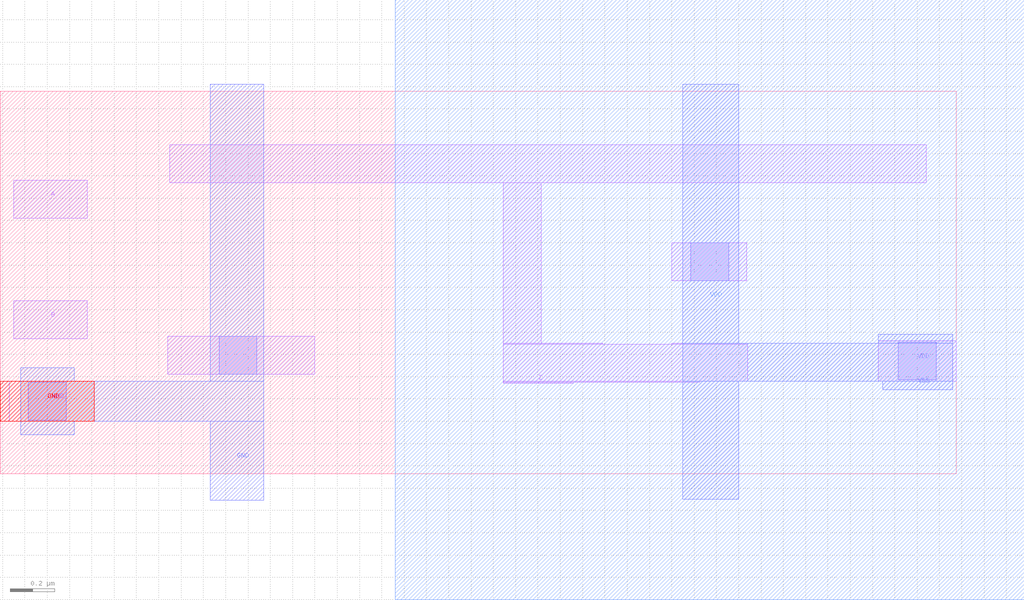
<source format=lef>
VERSION 5.7 ;
  NOWIREEXTENSIONATPIN ON ;
  DIVIDERCHAR "/" ;
  BUSBITCHARS "[]" ;
MACRO sky130_fd_bd_sram__openram_sp_nand2_dec
  CLASS BLOCK ;
  FOREIGN sky130_fd_bd_sram__openram_sp_nand2_dec ;
  ORIGIN -0.290 -0.265 ;
  SIZE 4.285 BY 1.715 ;
  PIN A
    ANTENNAGATEAREA 0.279000 ;
    PORT
      LAYER li1 ;
        RECT 0.350 1.410 0.680 1.580 ;
    END
  END A
  PIN B
    ANTENNAGATEAREA 0.279000 ;
    PORT
      LAYER li1 ;
        RECT 0.350 0.870 0.680 1.040 ;
    END
  END B
  PIN GND
    ANTENNADIFFAREA 0.297600 ;
    PORT
      LAYER pwell ;
        RECT 0.290 0.500 0.710 0.680 ;
      LAYER li1 ;
        RECT 1.040 0.710 1.700 0.880 ;
        RECT 0.330 0.500 0.710 0.680 ;
      LAYER mcon ;
        RECT 1.270 0.710 1.440 0.880 ;
        RECT 0.415 0.505 0.585 0.675 ;
      LAYER met1 ;
        RECT 0.380 0.680 0.620 0.740 ;
        RECT 1.230 0.680 1.470 2.010 ;
        RECT 0.380 0.500 1.470 0.680 ;
        RECT 0.380 0.440 0.620 0.500 ;
        RECT 1.230 0.145 1.470 0.500 ;
    END
  END GND
  PIN VDD
    ANTENNADIFFAREA 0.415800 ;
    PORT
      LAYER nwell ;
        RECT 2.060 -0.300 4.880 2.390 ;
      LAYER li1 ;
        RECT 3.300 1.130 3.635 1.300 ;
        RECT 4.225 0.680 4.575 0.860 ;
      LAYER mcon ;
        RECT 3.385 1.130 3.555 1.300 ;
        RECT 4.315 0.685 4.485 0.855 ;
      LAYER met1 ;
        RECT 3.350 0.850 3.600 2.010 ;
        RECT 4.225 0.850 4.560 0.890 ;
        RECT 3.350 0.680 4.560 0.850 ;
        RECT 3.350 0.150 3.600 0.680 ;
        RECT 4.245 0.640 4.560 0.680 ;
    END
  END VDD
  PIN Z
    ANTENNADIFFAREA 0.947700 ;
    PORT
      LAYER li1 ;
        RECT 1.050 1.570 4.440 1.740 ;
        RECT 2.545 0.850 2.715 1.570 ;
        RECT 2.545 0.845 2.990 0.850 ;
        RECT 3.300 0.845 3.640 0.850 ;
        RECT 2.545 0.680 3.640 0.845 ;
        RECT 2.545 0.675 3.425 0.680 ;
        RECT 2.545 0.670 2.860 0.675 ;
    END
  END Z
END sky130_fd_bd_sram__openram_sp_nand2_dec
END LIBRARY


</source>
